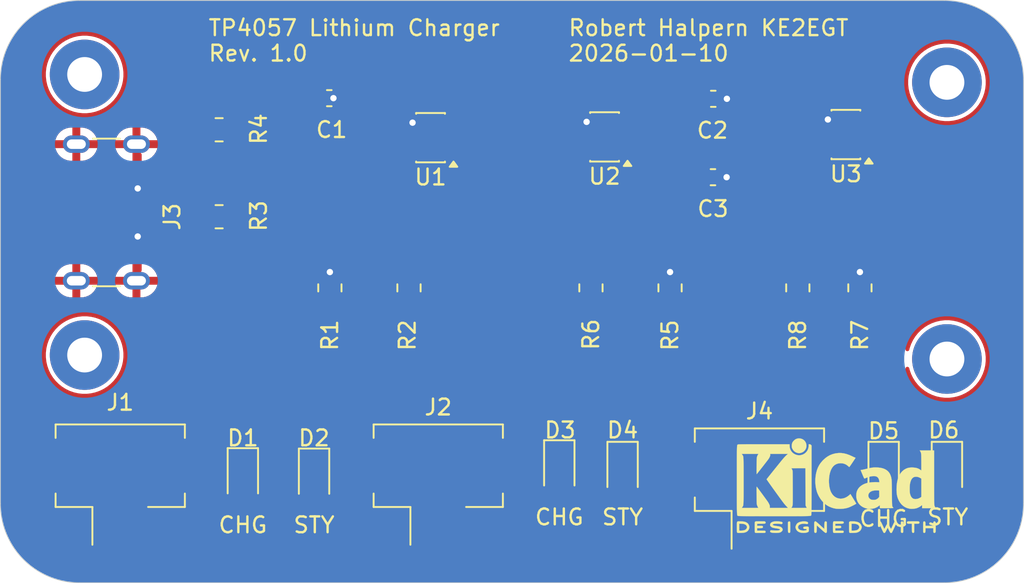
<source format=kicad_pcb>
(kicad_pcb (version 20241229) (generator "pcbnew") (generator_version "9.0")
  (title_block (title "TP4057 Lithium Charger") (date "2026-01-10") (rev "1.0") (company "Robert Halpern KE2EGT") (comment 1 "Lipo battery charger with constant current of 1.5A."))
  (layers (0 "F.Cu" signal) (2 "B.Cu" signal) (13 "F.Paste" user) (15 "B.Paste" user) (5 "F.SilkS" user "F.Silkscreen") (7 "B.SilkS" user "B.Silkscreen") (1 "F.Mask" user) (3 "B.Mask" user) (25 "Edge.Cuts" user))
  (net 0 "")
  (net 1 "GND")
  (net 2 "Net-(D1-K)")
  (net 3 "Net-(D1-A)")
  (net 4 "Net-(D2-K)")
  (net 5 "Net-(J1-Pin_2)")
  (net 6 "Net-(U1-PROG)")
  (net 7 "VCC")
  (net 8 "Net-(J3-CC2)")
  (net 9 "Net-(J3-CC1)")
  (net 10 "Net-(D3-A)")
  (net 11 "Net-(D3-K)")
  (net 12 "Net-(D4-K)")
  (net 13 "Net-(D5-A)")
  (net 14 "Net-(D5-K)")
  (net 15 "Net-(D6-K)")
  (net 16 "Net-(J2-Pin_2)")
  (net 17 "Net-(J4-Pin_2)")
  (net 18 "Net-(U2-PROG)")
  (net 19 "Net-(U3-PROG)")
  (footprint "Resistor_SMD:R_0805_2012Metric_Pad1.20x1.40mm_HandSolder" (layer "F.Cu") (at 174.5 134.5 -90)
    (property "Reference" "R6" (at 2.95 0 90) (layer "F.SilkS"))
    (property "Value" "2k" (hide yes))
    (pad "1" smd roundrect (at -1 0 270) (size 1.2 1.4) (layers "F.Cu" "F.Mask" "F.Paste") (roundrect_rratio 0.208333) (net 18 "Net-(U2-PROG)"))
    (pad "2" smd roundrect (at 1 0 270) (size 1.2 1.4) (layers "F.Cu" "F.Mask" "F.Paste") (roundrect_rratio 0.208333) (net 1 "GND"))
  )
  (footprint "Resistor_SMD:R_0805_2012Metric_Pad1.20x1.40mm_HandSolder" (layer "F.Cu") (at 179.5 134.5 -90)
    (property "Reference" "R5" (at 3 0 90) (layer "F.SilkS"))
    (property "Value" "330" (hide yes))
    (pad "1" smd roundrect (at -1 0 270) (size 1.2 1.4) (layers "F.Cu" "F.Mask" "F.Paste") (roundrect_rratio 0.208333) (net 7 "VCC"))
    (pad "2" smd roundrect (at 1 0 270) (size 1.2 1.4) (layers "F.Cu" "F.Mask" "F.Paste") (roundrect_rratio 0.208333) (net 10 "Net-(D3-A)"))
  )
  (footprint "Resistor_SMD:R_0805_2012Metric_Pad1.20x1.40mm_HandSolder" (layer "F.Cu") (at 163 134.5 -90)
    (property "Reference" "R2" (at 3 0.1 90) (layer "F.SilkS"))
    (property "Value" "2k" (hide yes))
    (pad "1" smd roundrect (at -1 0 270) (size 1.2 1.4) (layers "F.Cu" "F.Mask" "F.Paste") (roundrect_rratio 0.208333) (net 6 "Net-(U1-PROG)"))
    (pad "2" smd roundrect (at 1 0 270) (size 1.2 1.4) (layers "F.Cu" "F.Mask" "F.Paste") (roundrect_rratio 0.208333) (net 1 "GND"))
  )
  (footprint "Capacitor_SMD:C_0603_1608Metric_Pad1.08x0.95mm_HandSolder" (layer "F.Cu") (at 182.23 122.54 180)
    (property "Reference" "C2" (at 0.05 -2 0) (layer "F.SilkS"))
    (property "Value" "2.2uF" (hide yes))
    (pad "1" smd roundrect (at -0.8625 0 180) (size 1.075 0.95) (layers "F.Cu" "F.Mask" "F.Paste") (net 7 "VCC"))
    (pad "2" smd roundrect (at 0.8625 0 180) (size 1.075 0.95) (layers "F.Cu" "F.Mask" "F.Paste") (net 1 "GND"))
  )
  (footprint "MountingHole:MountingHole_2.2mm_M2_Pad" (layer "F.Cu") (at 197 121.5)
    (property "Reference" "H2" (hide yes))
    (property "Value" "MountingHole_Pad" (hide yes))
    (pad "1" thru_hole circle (at 0 0) (size 4.4 4.4) (drill 2.2) (layers "*.Cu" "*.Mask"))
  )
  (footprint "LED_SMD:LED_0805_2012Metric_Pad1.15x1.40mm_HandSolder" (layer "F.Cu") (at 172.5 146 -90)
    (property "Reference" "D3" (at -2.5 -0.05 0) (layer "F.SilkS"))
    (property "Value" "LED" (hide yes))
    (pad "1" smd roundrect (at -1.025 0 270) (size 1.15 1.4) (layers "F.Cu" "F.Mask" "F.Paste") (roundrect_rratio 0.217391) (net 11 "Net-(D3-K)"))
    (pad "2" smd roundrect (at 1.025 0 270) (size 1.15 1.4) (layers "F.Cu" "F.Mask" "F.Paste") (roundrect_rratio 0.217391) (net 10 "Net-(D3-A)"))
  )
  (footprint "Resistor_SMD:R_0805_2012Metric_Pad1.20x1.40mm_HandSolder" (layer "F.Cu") (at 151 130)
    (property "Reference" "R3" (at 2.5 -0.05 90) (layer "F.SilkS"))
    (property "Value" "5.1k" (hide yes))
    (pad "1" smd roundrect (at -1 0) (size 1.2 1.4) (layers "F.Cu" "F.Mask" "F.Paste") (roundrect_rratio 0.208333) (net 8 "Net-(J3-CC2)"))
    (pad "2" smd roundrect (at 1 0) (size 1.2 1.4) (layers "F.Cu" "F.Mask" "F.Paste") (roundrect_rratio 0.208333) (net 1 "GND"))
  )
  (footprint "MountingHole:MountingHole_2.2mm_M2_Pad" (layer "F.Cu") (at 142.5 138.75)
    (property "Reference" "H3" (hide yes))
    (property "Value" "MountingHole_Pad" (hide yes))
    (pad "1" thru_hole circle (at 0 0) (size 4.4 4.4) (drill 2.2) (layers "*.Cu" "*.Mask"))
  )
  (footprint "Capacitor_SMD:C_0603_1608Metric_Pad1.08x0.95mm_HandSolder" (layer "F.Cu") (at 157.9625 122.5 180)
    (property "Reference" "C1" (at -0.146267 -2 0) (layer "F.SilkS"))
    (property "Value" "2.2uF" (hide yes))
    (pad "1" smd roundrect (at -0.8625 0 180) (size 1.075 0.95) (layers "F.Cu" "F.Mask" "F.Paste") (net 7 "VCC"))
    (pad "2" smd roundrect (at 0.8625 0 180) (size 1.075 0.95) (layers "F.Cu" "F.Mask" "F.Paste") (net 1 "GND"))
  )
  (footprint "Package_TO_SOT_SMD:TSOT-23-6" (layer "F.Cu") (at 164.3625 125 180)
    (property "Reference" "U1" (at 0 -2.5 0) (layer "F.SilkS"))
    (property "Value" "TP4057" (hide yes))
    (pad "1" smd roundrect (at -1.1375 -0.95 180) (size 1.325 0.6) (layers "F.Cu" "F.Mask" "F.Paste") (net 4 "Net-(D2-K)"))
    (pad "2" smd roundrect (at -1.1375 0 180) (size 1.325 0.6) (layers "F.Cu" "F.Mask" "F.Paste") (net 1 "GND"))
    (pad "3" smd roundrect (at -1.1375 0.95 180) (size 1.325 0.6) (layers "F.Cu" "F.Mask" "F.Paste") (net 5 "Net-(J1-Pin_2)"))
    (pad "4" smd roundrect (at 1.1375 0.95 180) (size 1.325 0.6) (layers "F.Cu" "F.Mask" "F.Paste") (net 7 "VCC"))
    (pad "5" smd roundrect (at 1.1375 0 180) (size 1.325 0.6) (layers "F.Cu" "F.Mask" "F.Paste") (net 2 "Net-(D1-K)"))
    (pad "6" smd roundrect (at 1.1375 -0.95 180) (size 1.325 0.6) (layers "F.Cu" "F.Mask" "F.Paste") (net 6 "Net-(U1-PROG)"))
  )
  (footprint "LED_SMD:LED_0805_2012Metric_Pad1.15x1.40mm_HandSolder" (layer "F.Cu") (at 197 146.1 -90)
    (property "Reference" "D6" (at -2.6 0.2 180) (layer "F.SilkS"))
    (property "Value" "LED" (hide yes))
    (pad "1" smd roundrect (at -1.025 0 270) (size 1.15 1.4) (layers "F.Cu" "F.Mask" "F.Paste") (roundrect_rratio 0.217391) (net 15 "Net-(D6-K)"))
    (pad "2" smd roundrect (at 1.025 0 270) (size 1.15 1.4) (layers "F.Cu" "F.Mask" "F.Paste") (roundrect_rratio 0.217391) (net 13 "Net-(D5-A)"))
  )
  (footprint "Resistor_SMD:R_0805_2012Metric_Pad1.20x1.40mm_HandSolder" (layer "F.Cu") (at 191.5 134.5 -90)
    (property "Reference" "R7" (at 3 0 90) (layer "F.SilkS"))
    (property "Value" "330" (hide yes))
    (pad "1" smd roundrect (at -1 0 270) (size 1.2 1.4) (layers "F.Cu" "F.Mask" "F.Paste") (roundrect_rratio 0.208333) (net 7 "VCC"))
    (pad "2" smd roundrect (at 1 0 270) (size 1.2 1.4) (layers "F.Cu" "F.Mask" "F.Paste") (roundrect_rratio 0.208333) (net 13 "Net-(D5-A)"))
  )
  (footprint "Package_TO_SOT_SMD:TSOT-23-6" (layer "F.Cu") (at 190.6125 124.8 180)
    (property "Reference" "U3" (at 0 -2.5 0) (layer "F.SilkS"))
    (property "Value" "TP4057" (hide yes))
    (pad "1" smd roundrect (at -1.1375 -0.95 180) (size 1.325 0.6) (layers "F.Cu" "F.Mask" "F.Paste") (net 15 "Net-(D6-K)"))
    (pad "2" smd roundrect (at -1.1375 0 180) (size 1.325 0.6) (layers "F.Cu" "F.Mask" "F.Paste") (net 1 "GND"))
    (pad "3" smd roundrect (at -1.1375 0.95 180) (size 1.325 0.6) (layers "F.Cu" "F.Mask" "F.Paste") (net 17 "Net-(J4-Pin_2)"))
    (pad "4" smd roundrect (at 1.1375 0.95 180) (size 1.325 0.6) (layers "F.Cu" "F.Mask" "F.Paste") (net 7 "VCC"))
    (pad "5" smd roundrect (at 1.1375 0 180) (size 1.325 0.6) (layers "F.Cu" "F.Mask" "F.Paste") (net 14 "Net-(D5-K)"))
    (pad "6" smd roundrect (at 1.1375 -0.95 180) (size 1.325 0.6) (layers "F.Cu" "F.Mask" "F.Paste") (net 19 "Net-(U3-PROG)"))
  )
  (footprint "MountingHole:MountingHole_2.2mm_M2_Pad" (layer "F.Cu") (at 197 139)
    (property "Reference" "H4" (hide yes))
    (property "Value" "MountingHole_Pad" (hide yes))
    (pad "1" thru_hole circle (at 0 0) (size 4.4 4.4) (drill 2.2) (layers "*.Cu" "*.Mask"))
  )
  (footprint "Connector_JST:JST_PH_B2B-PH-SM4-TB_1x02-1MP_P2.00mm_Vertical" (layer "F.Cu") (at 144.75 147.5)
    (property "Reference" "J1" (at 0 -5.75 0) (layer "F.SilkS"))
    (property "Value" "Conn_02x01" (hide yes))
    (pad "1" smd roundrect (at -1 0.5) (size 1 5.5) (layers "F.Cu" "F.Mask" "F.Paste") (net 1 "GND"))
    (pad "2" smd roundrect (at 1 0.5) (size 1 5.5) (layers "F.Cu" "F.Mask" "F.Paste") (net 5 "Net-(J1-Pin_2)"))
    (pad "MP" smd roundrect (at -3.4 -1.75) (size 1.6 3) (layers "F.Cu" "F.Mask" "F.Paste") (roundrect_rratio 0.15625))
    (pad "MP" smd roundrect (at 3.4 -1.75) (size 1.6 3) (layers "F.Cu" "F.Mask" "F.Paste") (roundrect_rratio 0.15625))
  )
  (footprint "Package_TO_SOT_SMD:TSOT-23-6" (layer "F.Cu") (at 175.3625 124.95 180)
    (property "Reference" "U2" (at 0 -2.5 0) (layer "F.SilkS"))
    (property "Value" "TP4057" (hide yes))
    (pad "1" smd roundrect (at -1.1375 -0.95 180) (size 1.325 0.6) (layers "F.Cu" "F.Mask" "F.Paste") (net 12 "Net-(D4-K)"))
    (pad "2" smd roundrect (at -1.1375 0 180) (size 1.325 0.6) (layers "F.Cu" "F.Mask" "F.Paste") (net 1 "GND"))
    (pad "3" smd roundrect (at -1.1375 0.95 180) (size 1.325 0.6) (layers "F.Cu" "F.Mask" "F.Paste") (net 16 "Net-(J2-Pin_2)"))
    (pad "4" smd roundrect (at 1.1375 0.95 180) (size 1.325 0.6) (layers "F.Cu" "F.Mask" "F.Paste") (net 7 "VCC"))
    (pad "5" smd roundrect (at 1.1375 0 180) (size 1.325 0.6) (layers "F.Cu" "F.Mask" "F.Paste") (net 11 "Net-(D3-K)"))
    (pad "6" smd roundrect (at 1.1375 -0.95 180) (size 1.325 0.6) (layers "F.Cu" "F.Mask" "F.Paste") (net 18 "Net-(U2-PROG)"))
  )
  (footprint "MountingHole:MountingHole_2.2mm_M2_Pad" (layer "F.Cu") (at 142.5 121)
    (property "Reference" "H1" (hide yes))
    (property "Value" "MountingHole_Pad" (hide yes))
    (pad "1" thru_hole circle (at 0 0) (size 4.4 4.4) (drill 2.2) (layers "*.Cu" "*.Mask"))
  )
  (footprint "Resistor_SMD:R_0805_2012Metric_Pad1.20x1.40mm_HandSolder" (layer "F.Cu") (at 187.575 134.5 -90)
    (property "Reference" "R8" (at 3 0 90) (layer "F.SilkS"))
    (property "Value" "2k" (hide yes))
    (pad "1" smd roundrect (at -1 0 270) (size 1.2 1.4) (layers "F.Cu" "F.Mask" "F.Paste") (roundrect_rratio 0.208333) (net 19 "Net-(U3-PROG)"))
    (pad "2" smd roundrect (at 1 0 270) (size 1.2 1.4) (layers "F.Cu" "F.Mask" "F.Paste") (roundrect_rratio 0.208333) (net 1 "GND"))
  )
  (footprint "LED_SMD:LED_0805_2012Metric_Pad1.15x1.40mm_HandSolder" (layer "F.Cu") (at 193 146.1 -90)
    (property "Reference" "D5" (at -2.55 0 0) (layer "F.SilkS"))
    (property "Value" "LED" (hide yes))
    (pad "1" smd roundrect (at -1.025 0 270) (size 1.15 1.4) (layers "F.Cu" "F.Mask" "F.Paste") (roundrect_rratio 0.217391) (net 14 "Net-(D5-K)"))
    (pad "2" smd roundrect (at 1.025 0 270) (size 1.15 1.4) (layers "F.Cu" "F.Mask" "F.Paste") (roundrect_rratio 0.217391) (net 13 "Net-(D5-A)"))
  )
  (footprint "Resistor_SMD:R_0805_2012Metric_Pad1.20x1.40mm_HandSolder" (layer "F.Cu") (at 151 124.5)
    (property "Reference" "R4" (at 2.5 -0.05 90) (layer "F.SilkS"))
    (property "Value" "5.1k")
    (pad "1" smd roundrect (at -1 0) (size 1.2 1.4) (layers "F.Cu" "F.Mask" "F.Paste") (roundrect_rratio 0.208333) (net 9 "Net-(J3-CC1)"))
    (pad "2" smd roundrect (at 1 0) (size 1.2 1.4) (layers "F.Cu" "F.Mask" "F.Paste") (roundrect_rratio 0.208333) (net 1 "GND"))
  )
  (footprint "LED_SMD:LED_0805_2012Metric_Pad1.15x1.40mm_HandSolder" (layer "F.Cu") (at 157 146.525 -90)
    (property "Reference" "D2" (at -2.525 0 0) (layer "F.SilkS"))
    (property "Value" "LED" (hide yes))
    (pad "1" smd roundrect (at -1.025 0 270) (size 1.15 1.4) (layers "F.Cu" "F.Mask" "F.Paste") (roundrect_rratio 0.217391) (net 4 "Net-(D2-K)"))
    (pad "2" smd roundrect (at 1.025 0 270) (size 1.15 1.4) (layers "F.Cu" "F.Mask" "F.Paste") (roundrect_rratio 0.217391) (net 3 "Net-(D1-A)"))
  )
  (footprint "Connector_USB:USB_C_Receptacle_GCT_USB4125-xx-x_6P_TopMnt_Horizontal" (layer "F.Cu") (at 142.775 129.73 -90)
    (property "Reference" "J3" (at 0.27 -5.255 90) (layer "F.SilkS"))
    (property "Value" "USB_C_Receptacle_PowerOnly_6P" (hide yes))
    (pad "A5" smd roundrect (at -0.5 -3.08 270) (size 0.7 1.2) (layers "F.Cu" "F.Mask" "F.Paste") (net 9 "Net-(J3-CC1)"))
    (pad "A9" smd roundrect (at 1.52 -3.08 90) (size 0.76 1.2) (layers "F.Cu" "F.Mask" "F.Paste") (net 7 "VCC"))
    (pad "A12" smd roundrect (at 2.75 -3.08 90) (size 0.8 1.2) (layers "F.Cu" "F.Mask" "F.Paste") (net 1 "GND"))
    (pad "B5" smd roundrect (at 0.5 -3.08 90) (size 0.7 1.2) (layers "F.Cu" "F.Mask" "F.Paste") (net 8 "Net-(J3-CC2)"))
    (pad "B9" smd roundrect (at -1.52 -3.08 270) (size 0.76 1.2) (layers "F.Cu" "F.Mask" "F.Paste") (net 7 "VCC"))
    (pad "B12" smd roundrect (at -2.75 -3.08 270) (size 0.8 1.2) (layers "F.Cu" "F.Mask" "F.Paste") (net 1 "GND"))
    (pad "S1" thru_hole oval (at -4.32 -3 270) (size 1.1 1.7) (drill oval 0.6 1.2) (property pad_prop_heatsink) (layers "*.Cu" "*.Mask" "F.Paste") (net 1 "GND"))
    (pad "S1" thru_hole oval (at -4.32 0.8 270) (size 1.1 1.7) (drill oval 0.6 1.2) (property pad_prop_heatsink) (layers "*.Cu" "*.Mask" "F.Paste") (net 1 "GND"))
    (pad "S1" thru_hole oval (at 4.32 -3 270) (size 1.1 1.7) (drill oval 0.6 1.2) (property pad_prop_heatsink) (layers "*.Cu" "*.Mask" "F.Paste") (net 1 "GND"))
    (pad "S1" thru_hole oval (at 4.32 0.8 270) (size 1.1 1.7) (drill oval 0.6 1.2) (property pad_prop_heatsink) (layers "*.Cu" "*.Mask" "F.Paste") (net 1 "GND"))
  )
  (footprint "Capacitor_SMD:C_0603_1608Metric_Pad1.08x0.95mm_HandSolder" (layer "F.Cu") (at 182.2125 127.5 180)
    (property "Reference" "C3" (at 0 -2 180) (layer "F.SilkS"))
    (property "Value" "2.2uF" (hide yes))
    (pad "1" smd roundrect (at -0.8625 0 180) (size 1.075 0.95) (layers "F.Cu" "F.Mask" "F.Paste") (net 7 "VCC"))
    (pad "2" smd roundrect (at 0.8625 0 180) (size 1.075 0.95) (layers "F.Cu" "F.Mask" "F.Paste") (net 1 "GND"))
  )
  (footprint "LED_SMD:LED_0805_2012Metric_Pad1.15x1.40mm_HandSolder" (layer "F.Cu") (at 152.5 146.5 -90)
    (property "Reference" "D1" (at -2.5 0 180) (layer "F.SilkS"))
    (property "Value" "LED" (hide yes))
    (pad "1" smd roundrect (at -1.025 0 270) (size 1.15 1.4) (layers "F.Cu" "F.Mask" "F.Paste") (roundrect_rratio 0.217391) (net 2 "Net-(D1-K)"))
    (pad "2" smd roundrect (at 1.025 0 270) (size 1.15 1.4) (layers "F.Cu" "F.Mask" "F.Paste") (roundrect_rratio 0.217391) (net 3 "Net-(D1-A)"))
  )
  (footprint "Resistor_SMD:R_0805_2012Metric_Pad1.20x1.40mm_HandSolder" (layer "F.Cu") (at 158 134.5 -90)
    (property "Reference" "R1" (at 3 0 90) (layer "F.SilkS"))
    (property "Value" "330" (hide yes))
    (pad "1" smd roundrect (at -1 0 270) (size 1.2 1.4) (layers "F.Cu" "F.Mask" "F.Paste") (roundrect_rratio 0.208333) (net 7 "VCC"))
    (pad "2" smd roundrect (at 1 0 270) (size 1.2 1.4) (layers "F.Cu" "F.Mask" "F.Paste") (roundrect_rratio 0.208333) (net 3 "Net-(D1-A)"))
  )
  (footprint "LED_SMD:LED_0805_2012Metric_Pad1.15x1.40mm_HandSolder" (layer "F.Cu") (at 176.5 146.1 -90)
    (property "Reference" "D4" (at -2.6 0 0) (layer "F.SilkS"))
    (property "Value" "LED" (hide yes))
    (pad "1" smd roundrect (at -1.025 0 270) (size 1.15 1.4) (layers "F.Cu" "F.Mask" "F.Paste") (roundrect_rratio 0.217391) (net 12 "Net-(D4-K)"))
    (pad "2" smd roundrect (at 1.025 0 270) (size 1.15 1.4) (layers "F.Cu" "F.Mask" "F.Paste") (roundrect_rratio 0.217391) (net 10 "Net-(D3-A)"))
  )
  (footprint "Connector_JST:JST_PH_B2B-PH-SM4-TB_1x02-1MP_P2.00mm_Vertical" (layer "F.Cu") (at 164.85 147.5)
    (property "Reference" "J2" (at 0 -5.45 0) (layer "F.SilkS"))
    (property "Value" "Conn_02x01" (hide yes))
    (pad "1" smd roundrect (at -1 0.5) (size 1 5.5) (layers "F.Cu" "F.Mask" "F.Paste") (net 1 "GND"))
    (pad "2" smd roundrect (at 1 0.5) (size 1 5.5) (layers "F.Cu" "F.Mask" "F.Paste") (net 16 "Net-(J2-Pin_2)"))
    (pad "MP" smd roundrect (at -3.4 -1.75) (size 1.6 3) (layers "F.Cu" "F.Mask" "F.Paste") (roundrect_rratio 0.15625))
    (pad "MP" smd roundrect (at 3.4 -1.75) (size 1.6 3) (layers "F.Cu" "F.Mask" "F.Paste") (roundrect_rratio 0.15625))
  )
  (footprint "Connector_JST:JST_PH_B2B-PH-SM4-TB_1x02-1MP_P2.00mm_Vertical" (layer "F.Cu") (at 185.15 147.75)
    (property "Reference" "J4" (at 0 -5.45 0) (layer "F.SilkS"))
    (property "Value" "Conn_02x01" (hide yes))
    (pad "1" smd roundrect (at -1 0.5) (size 1 5.5) (layers "F.Cu" "F.Mask" "F.Paste") (net 1 "GND"))
    (pad "2" smd roundrect (at 1 0.5) (size 1 5.5) (layers "F.Cu" "F.Mask" "F.Paste") (net 17 "Net-(J4-Pin_2)"))
    (pad "MP" smd roundrect (at -3.4 -1.75) (size 1.6 3) (layers "F.Cu" "F.Mask" "F.Paste") (roundrect_rratio 0.15625))
    (pad "MP" smd roundrect (at 3.4 -1.75) (size 1.6 3) (layers "F.Cu" "F.Mask" "F.Paste") (roundrect_rratio 0.15625))
  )
  (footprint "Symbol:KiCad-Logo2_5mm_SilkScreen" (layer "F.Cu") (at 190 147)
    (property "Reference" "REF**" (hide yes))
    (property "Value" "KiCad-Logo2_5mm_SilkScreen" (hide yes))
  )
  (gr_arc (start 201.842 148.154) (mid 200.377534 151.689534) (end 196.842 153.154) (stroke (width 0.05)) (layer "Edge.Cuts"))
  (gr_arc (start 137.176 121.318) (mid 138.640466 117.782466) (end 142.176 116.318) (stroke (width 0.05)) (layer "Edge.Cuts"))
  (gr_line (start 201.842 121.318) (end 201.842 148.154) (stroke (width 0.05)) (layer "Edge.Cuts"))
  (gr_line (start 196.842 153.154) (end 142.176 153.154) (stroke (width 0.05)) (layer "Edge.Cuts"))
  (gr_line (start 142.176 116.318) (end 196.842 116.318) (stroke (width 0.05)) (layer "Edge.Cuts"))
  (gr_arc (start 142.176 153.154) (mid 138.640466 151.689534) (end 137.176 148.154) (stroke (width 0.05)) (layer "Edge.Cuts"))
  (gr_arc (start 196.842 116.318) (mid 200.377534 117.782466) (end 201.842 121.318) (stroke (width 0.05)) (layer "Edge.Cuts"))
  (gr_line (start 137.176 148.154) (end 137.176 121.318) (stroke (width 0.05)) (layer "Edge.Cuts"))
  (gr_text "${COMPANY}\n${ISSUE_DATE}" (at 173 120.25 0) (layer "F.SilkS") (effects (font (size 1 1)) (justify left bottom)))
  (gr_text "CHG" (at 193 149.1 0) (layer "F.SilkS") (effects (font (size 1 1))))
  (gr_text "STY" (at 157 149.5 0) (layer "F.SilkS") (effects (font (size 1 1))))
  (gr_text "CHG" (at 172.5 149 0) (layer "F.SilkS") (effects (font (size 1 1))))
  (gr_text "STY" (at 197.05 149 0) (layer "F.SilkS") (effects (font (size 1 1))))
  (gr_text "CHG" (at 152.5 149.5 0) (layer "F.SilkS") (effects (font (size 1 1))))
  (gr_text "${TITLE}\nRev. ${REVISION}" (at 150.25 120.25 0) (layer "F.SilkS") (effects (font (size 1 1)) (justify left bottom)))
  (gr_text "STY" (at 176.5 149 0) (layer "F.SilkS") (effects (font (size 1 1))))
  (segment (start 163.225 125) (end 162.5 125) (width 0.25) (layer "F.Cu") (net 2))
  (segment (start 162.5 125) (end 152.5 135) (width 0.25) (layer "F.Cu") (net 2))
  (segment (start 152.5 135) (end 152.5 145.475) (width 0.25) (layer "F.Cu") (net 2))
  (segment (start 158 142.025) (end 158 135.5) (width 0.25) (layer "F.Cu") (net 3))
  (segment (start 157 147.55) (end 152.525 147.55) (width 0.25) (layer "F.Cu") (net 3))
  (segment (start 158 142.025) (end 152.5 147.525) (width 0.25) (layer "F.Cu") (net 3))
  (segment (start 152.525 147.55) (end 152.5 147.525) (width 0.25) (layer "F.Cu") (net 3))
  (segment (start 165.5 137) (end 157 145.5) (width 0.25) (layer "F.Cu") (net 4))
  (segment (start 165.5 125.95) (end 165.5 137) (width 0.25) (layer "F.Cu") (net 4))
  (segment (start 145.75 139.75) (end 145.75 148) (width 0.5) (layer "F.Cu") (net 5))
  (segment (start 163.95 122.5) (end 163 122.5) (width 0.5) (layer "F.Cu") (net 5))
  (segment (start 163 122.5) (end 145.75 139.75) (width 0.5) (layer "F.Cu") (net 5))
  (segment (start 165.5 124.05) (end 163.95 122.5) (width 0.5) (layer "F.Cu") (net 5))
  (segment (start 163 133.5) (end 163 126.175) (width 0.25) (layer "F.Cu") (net 6))
  (segment (start 163 126.175) (end 163.225 125.95) (width 0.25) (layer "F.Cu") (net 6))
  (via (at 145.855 131.25) (size 0.8) (drill 0.4) (layers "F.Cu" "B.Cu") (net 7))
  (via (at 174.225 124) (size 0.8) (drill 0.4) (layers "F.Cu" "B.Cu") (net 7))
  (via (at 163.225 124.05) (size 0.8) (drill 0.4) (layers "F.Cu" "B.Cu") (net 7))
  (via (at 158 133.5) (size 0.8) (drill 0.4) (layers "F.Cu" "B.Cu") (net 7))
  (via (at 191.5 133.5) (size 0.8) (drill 0.4) (layers "F.Cu" "B.Cu") (net 7))
  (via (at 183.0925 122.54) (size 0.8) (drill 0.4) (layers "F.Cu" "B.Cu") (net 7))
  (via (at 189.475 123.85) (size 0.8) (drill 0.4) (layers "F.Cu" "B.Cu") (net 7))
  (via (at 179.5 133.5) (size 0.8) (drill 0.4) (layers "F.Cu" "B.Cu") (net 7))
  (via (at 158.225 122.5) (size 0.8) (drill 0.4) (layers "F.Cu" "B.Cu") (net 7))
  (via (at 145.855 128.21) (size 0.8) (drill 0.4) (layers "F.Cu" "B.Cu") (net 7))
  (via (at 183.075 127.5) (size 0.8) (drill 0.4) (layers "F.Cu" "B.Cu") (net 7))
  (segment (start 145.855 130.23) (end 149.77 130.23) (width 0.5) (layer "F.Cu") (net 8))
  (segment (start 150 130) (end 149.5 129.5) (width 0.25) (layer "F.Cu") (net 8))
  (segment (start 149.966576 130) (end 150 130) (width 0.25) (layer "F.Cu") (net 8))
  (segment (start 149.77 130.23) (end 150 130) (width 0.25) (layer "F.Cu") (net 8))
  (segment (start 149.605 130.395) (end 150 130) (width 0.25) (layer "F.Cu") (net 8))
  (segment (start 150 126.45) (end 147.22 129.23) (width 0.5) (layer "F.Cu") (net 9))
  (segment (start 150 126.45) (end 150 124.5) (width 0.5) (layer "F.Cu") (net 9))
  (segment (start 147.22 129.23) (end 145.855 129.23) (width 0.5) (layer "F.Cu") (net 9))
  (segment (start 176.4 147.025) (end 176.5 147.125) (width 0.25) (layer "F.Cu") (net 10))
  (segment (start 176.5 147.125) (end 176.625 147.125) (width 0.25) (layer "F.Cu") (net 10))
  (segment (start 179.5 144.25) (end 179.5 135.5) (width 0.25) (layer "F.Cu") (net 10))
  (segment (start 176.625 147.125) (end 179.5 144.25) (width 0.25) (layer "F.Cu") (net 10))
  (segment (start 173 147.025) (end 176.4 147.025) (width 0.25) (layer "F.Cu") (net 10))
  (segment (start 172.5 126.012501) (end 173.562501 124.95) (width 0.25) (layer "F.Cu") (net 11))
  (segment (start 173 144.975) (end 172.5 144.475) (width 0.25) (layer "F.Cu") (net 11))
  (segment (start 172.5 144.475) (end 172.5 126.012501) (width 0.25) (layer "F.Cu") (net 11))
  (segment (start 173.562501 124.95) (end 174.225 124.95) (width 0.25) (layer "F.Cu") (net 11))
  (segment (start 176.5 145.075) (end 176.5 125.9) (width 0.25) (layer "F.Cu") (net 12))
  (segment (start 191.5 145.625) (end 193 147.125) (width 0.25) (layer "F.Cu") (net 13))
  (segment (start 191.5 136) (end 191.5 145.625) (width 0.25) (layer "F.Cu") (net 13))
  (segment (start 193 147.125) (end 197 147.125) (width 0.25) (layer "F.Cu") (net 13))
  (segment (start 190.4635 125.803322) (end 190.4635 125.126001) (width 0.25) (layer "F.Cu") (net 14))
  (segment (start 190.137499 124.8) (end 189.475 124.8) (width 0.25) (layer "F.Cu") (net 14))
  (segment (start 193 128.339822) (end 190.4635 125.803322) (width 0.25) (layer "F.Cu") (net 14))
  (segment (start 193 145.075) (end 193 128.339822) (width 0.25) (layer "F.Cu") (net 14))
  (segment (start 190.4635 125.126001) (end 190.137499 124.8) (width 0.25) (layer "F.Cu") (net 14))
  (segment (start 197 145.075) (end 194 142.075) (width 0.25) (layer "F.Cu") (net 15))
  (segment (start 194 142.075) (end 194 128) (width 0.25) (layer "F.Cu") (net 15))
  (segment (start 194 128) (end 191.75 125.75) (width 0.25) (layer "F.Cu") (net 15))
  (segment (start 172 122) (end 175 122) (width 0.5) (layer "F.Cu") (net 16))
  (segment (start 175 122) (end 176.5 123.5) (width 0.5) (layer "F.Cu") (net 16))
  (segment (start 169.5 140) (end 169.5 124.5) (width 0.5) (layer "F.Cu") (net 16))
  (segment (start 176.5 123.5) (end 176.5 124) (width 0.5) (layer "F.Cu") (net 16))
  (segment (start 165.85 148) (end 165.85 143.65) (width 0.5) (layer "F.Cu") (net 16))
  (segment (start 169.5 124.5) (end 172 122) (width 0.5) (layer "F.Cu") (net 16))
  (segment (start 165.85 143.65) (end 169.5 140) (width 0.5) (layer "F.Cu") (net 16))
  (segment (start 188.5 122) (end 190.5 122) (width 0.5) (layer "F.Cu") (net 17))
  (segment (start 191.75 123.25) (end 191.75 123.85) (width 0.5) (layer "F.Cu") (net 17))
  (segment (start 190.5 122) (end 191.75 123.25) (width 0.5) (layer "F.Cu") (net 17))
  (segment (start 186.15 148.25) (end 186.15 124.35) (width 0.5) (layer "F.Cu") (net 17))
  (segment (start 186.15 124.35) (end 188.5 122) (width 0.5) (layer "F.Cu") (net 17))
  (segment (start 174.5 126.175) (end 174.225 125.9) (width 0.25) (layer "F.Cu") (net 18))
  (segment (start 174.5 133.75) (end 174.5 126.175) (width 0.25) (layer "F.Cu") (net 18))
  (segment (start 187.575 127.65) (end 189.475 125.75) (width 0.25) (layer "F.Cu") (net 19))
  (segment (start 187.575 134.1) (end 187.575 127.65) (width 0.25) (layer "F.Cu") (net 19))
  (zone (net 1) (net_name "GND") (layer "F.Cu") (name "GND") (priority 1) (connect_pads (clearance 0.25)) (min_thickness 0.25) (fill yes (thermal_gap 0.5) (thermal_bridge_width 0.5))
    (polygon (pts (xy 201.873237 116.375179) (xy 137.176 116.290532) (xy 137.176 153.154862) (xy 201.796882 153.099139)))
  )
  (zone (net 7) (net_name "VCC") (layer "B.Cu") (name "VCC") (priority 2) (connect_pads (clearance 0.5)) (min_thickness 0.25) (fill yes (thermal_gap 0.5) (thermal_bridge_width 0.5) (island_removal_mode 1) (island_area_min 10))
    (polygon (pts (xy 137.176 116.318) (xy 201.842 116.318) (xy 201.842 153.154) (xy 137.176 153.154)))
  )
)
</source>
